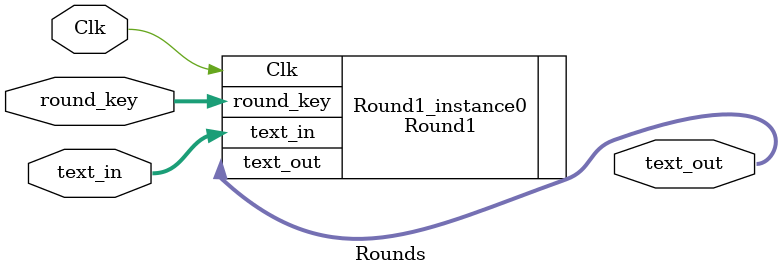
<source format=sv>
module Rounds(
		input Clk,
		input [0:127] round_key,
		input [0:127] text_in,
		output [0:127] text_out
);

	logic [127:0] text_wire1;
	logic [127:0] text_wire2;
	logic [127:0] text_wire3;
	logic [127:0] text_wire4;
	logic [127:0] text_wire5;
	logic [127:0] text_wire6;
	logic [127:0] text_wire7;
	logic [127:0] text_wire8;
	
	Round1 Round1_instance0(
		.Clk(Clk),
		.round_key(round_key),
		.text_in(text_in),
		.text_out(text_out)
	);
/*
	Round1 Round1_instance0(
		.Clk(Clk),
		.round_key(round_key),
		.text_in(text_in),
		.text_out(text_wire1)
	);
	
	
	Round2 Round2_instance1(
		.Clk(Clk),
		.round_key(round_key),
		.text_in(text_wire1),
		.text_out(text_wire2)
	);

	
	Round3 Round3_instance2(
		.Clk(Clk),
		.round_key(round_key),
		.text_in(text_wire2),
		.text_out(text_wire3)
	);
	
	Round4 Round4_instance3(
		.Clk(Clk),
		.round_key(round_key),
		.text_in(text_wire3),
		.text_out(text_wire4)
	);
	
	Round5 Round5_instance4(
		.Clk(Clk),
		.round_key(round_key),
		.text_in(text_wire4),
		.text_out(text_wire5)
	);
	
	Round6 Round6_instance5(
		.Clk(Clk),
		.round_key(round_key),
		.text_in(text_wire5),
		.text_out(text_wire6)
	);
	
	Round7 Round7_instance6(
		.Clk(Clk),
		.round_key(round_key),
		.text_in(text_wire6),
		.text_out(text_wire7)
	);
	
	Round8 Round8_instance7(
		.Clk(Clk),
		.round_key(round_key),
		.text_in(text_wire7),
		.text_out(text_wire8)
	);
	
	Round9 Round9_instance8(
		.Clk(Clk),
		.round_key(round_key),
		.text_in(text_wire8),
		.text_out(text_out)
	);
	*/

endmodule

</source>
